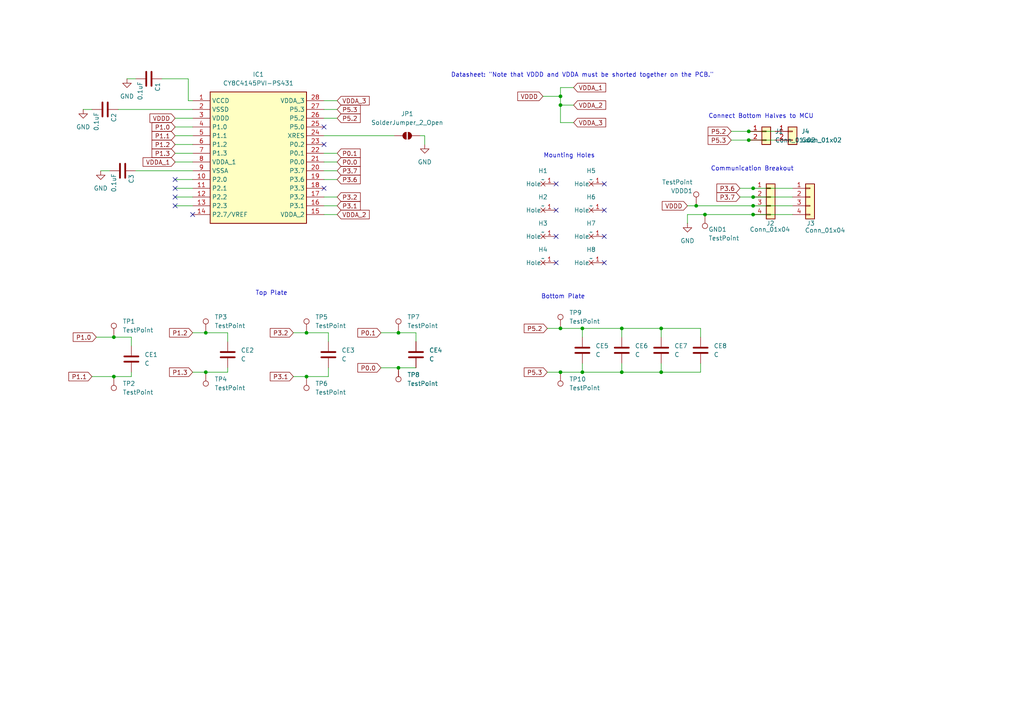
<source format=kicad_sch>
(kicad_sch (version 20250114) (generator "eeschema") (generator_version "9.0")
  (paper "A4")
  (lib_symbols
    (symbol "CY8C4145PVI-PS431:CY8C4145PVI-PS431"
      (property "Reference" "IC" (at 34.29 7.62 0))
      (property "Value" "CY8C4145PVI-PS431" (at 34.29 5.08 0))
      (symbol "CY8C4145PVI-PS431_1_1"
        (rectangle (start 5.08 2.54) (end 33.02 -35.56) (stroke (width 0.254)) (fill (type background)))
        (pin passive line (at 0 0 0) (length 5.08) (name "VCCD") (number "1"))
        (pin passive line (at 0 -2.54 0) (length 5.08) (name "VSSD") (number "2"))
        (pin passive line (at 0 -5.08 0) (length 5.08) (name "VDDD") (number "3"))
        (pin passive line (at 0 -7.62 0) (length 5.08) (name "P1.0") (number "4"))
        (pin passive line (at 0 -10.16 0) (length 5.08) (name "P1.1") (number "5"))
        (pin passive line (at 0 -12.7 0) (length 5.08) (name "P1.2") (number "6"))
        (pin passive line (at 0 -15.24 0) (length 5.08) (name "P1.3") (number "7"))
        (pin passive line (at 0 -17.78 0) (length 5.08) (name "VDDA_1") (number "8"))
        (pin passive line (at 0 -20.32 0) (length 5.08) (name "VSSA") (number "9"))
        (pin passive line (at 0 -22.86 0) (length 5.08) (name "P2.0") (number "10"))
        (pin passive line (at 0 -25.4 0) (length 5.08) (name "P2.1") (number "11"))
        (pin passive line (at 0 -27.94 0) (length 5.08) (name "P2.2") (number "12"))
        (pin passive line (at 0 -30.48 0) (length 5.08) (name "P2.3") (number "13"))
        (pin passive line (at 0 -33.02 0) (length 5.08) (name "P2.7/VREF") (number "14"))
        (pin passive line (at 38.1 0 180) (length 5.08) (name "VDDA_3") (number "28"))
        (pin passive line (at 38.1 -2.54 180) (length 5.08) (name "P5.3") (number "27"))
        (pin passive line (at 38.1 -5.08 180) (length 5.08) (name "P5.2") (number "26"))
        (pin passive line (at 38.1 -7.62 180) (length 5.08) (name "P5.0") (number "25"))
        (pin passive line (at 38.1 -10.16 180) (length 5.08) (name "XRES") (number "24"))
        (pin passive line (at 38.1 -12.7 180) (length 5.08) (name "P0.2") (number "23"))
        (pin passive line (at 38.1 -15.24 180) (length 5.08) (name "P0.1") (number "22"))
        (pin passive line (at 38.1 -17.78 180) (length 5.08) (name "P0.0") (number "21"))
        (pin passive line (at 38.1 -20.32 180) (length 5.08) (name "P3.7") (number "20"))
        (pin passive line (at 38.1 -22.86 180) (length 5.08) (name "P3.6") (number "19"))
        (pin passive line (at 38.1 -25.4 180) (length 5.08) (name "P3.3") (number "18"))
        (pin passive line (at 38.1 -27.94 180) (length 5.08) (name "P3.2") (number "17"))
        (pin passive line (at 38.1 -30.48 180) (length 5.08) (name "P3.1") (number "16"))
        (pin passive line (at 38.1 -33.02 180) (length 5.08) (name "VDDA_2") (number "15"))
      )
    )
    (symbol "Connector:TestPoint" (pin_numbers (hide yes)) (pin_names (offset 0.762) (hide yes))
      (property "Reference" "TP" (at 0 6.858 0))
      (property "Value" "TestPoint" (at 0 5.08 0))
      (symbol "TestPoint_0_1"
        (circle (center 0 3.302) (radius 0.762))
      )
      (symbol "TestPoint_1_1"
        (pin passive line (at 0 0 90) (length 2.54) (name "1") (number "1"))
      )
    )
    (symbol "Connector_Generic:Conn_01x02" (pin_names (offset 1.016) (hide yes))
      (property "Reference" "J" (at 0 2.54 0))
      (property "Value" "Conn_01x02" (at 0 -5.08 0))
      (symbol "Conn_01x02_1_1"
        (rectangle (start -1.27 1.27) (end 1.27 -3.81) (stroke (width 0.254)) (fill (type background)))
        (rectangle (start -1.27 0.127) (end 0 -0.127) (stroke (width 0.1524)))
        (rectangle (start -1.27 -2.413) (end 0 -2.667) (stroke (width 0.1524)))
        (pin passive line (at -5.08 0 0) (length 3.81) (name "Pin_1") (number "1"))
        (pin passive line (at -5.08 -2.54 0) (length 3.81) (name "Pin_2") (number "2"))
      )
    )
    (symbol "Connector_Generic:Conn_01x04" (pin_names (offset 1.016) (hide yes))
      (property "Reference" "J" (at 0 5.08 0))
      (property "Value" "Conn_01x04" (at 0 -7.62 0))
      (symbol "Conn_01x04_1_1"
        (rectangle (start -1.27 3.81) (end 1.27 -6.35) (stroke (width 0.254)) (fill (type background)))
        (rectangle (start -1.27 2.667) (end 0 2.413) (stroke (width 0.1524)))
        (rectangle (start -1.27 0.127) (end 0 -0.127) (stroke (width 0.1524)))
        (rectangle (start -1.27 -2.413) (end 0 -2.667) (stroke (width 0.1524)))
        (rectangle (start -1.27 -4.953) (end 0 -5.207) (stroke (width 0.1524)))
        (pin passive line (at -5.08 2.54 0) (length 3.81) (name "Pin_1") (number "1"))
        (pin passive line (at -5.08 0 0) (length 3.81) (name "Pin_2") (number "2"))
        (pin passive line (at -5.08 -2.54 0) (length 3.81) (name "Pin_3") (number "3"))
        (pin passive line (at -5.08 -5.08 0) (length 3.81) (name "Pin_4") (number "4"))
      )
    )
    (symbol "ECE445L:C" (pin_numbers (hide yes)) (pin_names (offset 0.254))
      (property "Reference" "C" (at 0.635 2.54 0))
      (property "Value" "C" (at 0.635 -2.54 0))
      (symbol "C_0_1"
        (polyline (pts (xy -2.032 0.762) (xy 2.032 0.762)) (stroke (width 0.508)))
        (polyline (pts (xy -2.032 -0.762) (xy 2.032 -0.762)) (stroke (width 0.508)))
      )
      (symbol "C_1_1"
        (pin passive line (at 0 3.81 270) (length 2.794) (name "~") (number "1"))
        (pin passive line (at 0 -3.81 90) (length 2.794) (name "~") (number "2"))
      )
    )
    (symbol "ECE445L:MountingHole"
      (property "Reference" "H" (at 0 0 0))
      (symbol "MountingHole_1_1"
        (pin power_in non_logic (at 0 0 180) (length 3.81) (name "Hole") (number "1"))
      )
    )
    (symbol "Jumper:SolderJumper_2_Open" (pin_numbers (hide yes)) (pin_names (offset 0) (hide yes)) (exclude_from_sim yes) (in_bom no)
      (property "Reference" "JP" (at 0 2.032 0))
      (property "Value" "SolderJumper_2_Open" (at 0 -2.54 0))
      (symbol "SolderJumper_2_Open_0_1"
        (polyline (pts (xy -0.254 1.016) (xy -0.254 -1.016)))
        (arc (start -0.254 -1.016) (mid -1.2656 0) (end -0.254 1.016))
        (arc (start -0.254 -1.016) (mid -1.2656 0) (end -0.254 1.016) (fill (type outline)))
        (arc (start 0.254 1.016) (mid 1.2656 0) (end 0.254 -1.016))
        (arc (start 0.254 1.016) (mid 1.2656 0) (end 0.254 -1.016) (fill (type outline)))
        (polyline (pts (xy 0.254 1.016) (xy 0.254 -1.016)))
      )
      (symbol "SolderJumper_2_Open_1_1"
        (pin passive line (at -3.81 0 0) (length 2.54) (name "A") (number "1"))
        (pin passive line (at 3.81 0 180) (length 2.54) (name "B") (number "2"))
      )
    )
    (symbol "power:GND" (power) (pin_numbers (hide yes)) (pin_names (offset 0) (hide yes))
      (property "Value" "GND" (at 0 -3.81 0))
      (symbol "GND_0_1"
        (polyline (pts (xy 0 0) (xy 0 -1.27) (xy 1.27 -1.27) (xy 0 -2.54) (xy -1.27 -1.27) (xy 0 -1.27)))
      )
      (symbol "GND_1_1"
        (pin power_in line (at 0 0 270) (length 0) (name "~") (number "1"))
      )
    )
  )
  (text "Datasheet: \"Note that VDDD and VDDA must be shorted together on the PCB.\"" (at 168.91 21.844 0) (effects (font (size 1.27 1.27))))
  (text "Top Plate" (at 78.74 85.09 0) (effects (font (size 1.27 1.27))))
  (text "Mounting Holes" (at 165.1 45.212 0) (effects (font (size 1.27 1.27))))
  (text "Bottom Plate" (at 163.322 86.106 0) (effects (font (size 1.27 1.27))))
  (text "Communication Breakout\n" (at 218.186 49.022 0) (effects (font (size 1.27 1.27))))
  (text "Connect Bottom Halves to MCU\n" (at 220.726 33.782 0) (effects (font (size 1.27 1.27))))
  (junction (at 162.56 27.94))
  (junction (at 88.9 96.52))
  (junction (at 162.56 30.48))
  (junction (at 115.57 96.52))
  (junction (at 218.44 54.61))
  (junction (at 180.34 95.25))
  (junction (at 191.77 95.25))
  (junction (at 168.91 95.25))
  (junction (at 59.69 107.95))
  (junction (at 168.91 107.95))
  (junction (at 218.44 57.15))
  (junction (at 33.02 97.79))
  (junction (at 88.9 109.22))
  (junction (at 162.56 107.95))
  (junction (at 191.77 107.95))
  (junction (at 115.57 106.68))
  (junction (at 33.02 109.22))
  (junction (at 162.56 95.25))
  (junction (at 59.69 96.52))
  (junction (at 218.44 62.23))
  (junction (at 217.17 40.64))
  (junction (at 204.47 62.23))
  (junction (at 217.17 38.1))
  (junction (at 218.44 59.69))
  (junction (at 201.93 59.69))
  (junction (at 180.34 107.95))
  (no_connect (at 50.8 52.07))
  (no_connect (at 175.26 53.34))
  (no_connect (at 50.8 57.15))
  (no_connect (at 161.29 76.2))
  (no_connect (at 55.88 62.23))
  (no_connect (at 93.98 41.91))
  (no_connect (at 175.26 68.58))
  (no_connect (at 175.26 76.2))
  (no_connect (at 161.29 68.58))
  (no_connect (at 93.98 36.83))
  (no_connect (at 161.29 53.34))
  (no_connect (at 50.8 59.69))
  (no_connect (at 161.29 60.96))
  (no_connect (at 175.26 60.96))
  (no_connect (at 93.98 54.61))
  (no_connect (at 50.8 54.61))
  (wire (pts (xy 217.17 40.64) (xy 224.79 40.64)))
  (wire (pts (xy 66.04 96.52) (xy 66.04 99.06)))
  (wire (pts (xy 212.09 40.64) (xy 217.17 40.64)))
  (wire (pts (xy 201.93 59.69) (xy 218.44 59.69)))
  (wire (pts (xy 93.98 31.75) (xy 97.79 31.75)))
  (wire (pts (xy 34.29 31.75) (xy 55.88 31.75)))
  (wire (pts (xy 110.49 96.52) (xy 115.57 96.52)))
  (wire (pts (xy 93.98 62.23) (xy 97.79 62.23)))
  (wire (pts (xy 50.8 34.29) (xy 55.88 34.29)))
  (wire (pts (xy 115.57 106.68) (xy 110.49 106.68)))
  (wire (pts (xy 50.8 59.69) (xy 55.88 59.69)))
  (wire (pts (xy 59.69 107.95) (xy 66.04 107.95)))
  (wire (pts (xy 217.17 38.1) (xy 224.79 38.1)))
  (wire (pts (xy 162.56 25.4) (xy 162.56 27.94)))
  (wire (pts (xy 88.9 96.52) (xy 95.25 96.52)))
  (wire (pts (xy 93.98 59.69) (xy 97.79 59.69)))
  (wire (pts (xy 180.34 105.41) (xy 180.34 107.95)))
  (wire (pts (xy 88.9 109.22) (xy 95.25 109.22)))
  (wire (pts (xy 120.65 96.52) (xy 120.65 99.06)))
  (wire (pts (xy 162.56 27.94) (xy 162.56 30.48)))
  (wire (pts (xy 29.21 49.53) (xy 31.75 49.53)))
  (wire (pts (xy 168.91 107.95) (xy 168.91 105.41)))
  (wire (pts (xy 50.8 54.61) (xy 55.88 54.61)))
  (wire (pts (xy 93.98 34.29) (xy 97.79 34.29)))
  (wire (pts (xy 93.98 39.37) (xy 114.3 39.37)))
  (wire (pts (xy 191.77 107.95) (xy 203.2 107.95)))
  (wire (pts (xy 121.92 39.37) (xy 123.19 39.37)))
  (wire (pts (xy 26.67 109.22) (xy 33.02 109.22)))
  (wire (pts (xy 38.1 109.22) (xy 38.1 107.95)))
  (wire (pts (xy 157.48 27.94) (xy 162.56 27.94)))
  (wire (pts (xy 93.98 29.21) (xy 97.79 29.21)))
  (wire (pts (xy 93.98 44.45) (xy 97.79 44.45)))
  (wire (pts (xy 24.13 31.75) (xy 26.67 31.75)))
  (wire (pts (xy 166.37 25.4) (xy 162.56 25.4)))
  (wire (pts (xy 85.09 96.52) (xy 88.9 96.52)))
  (wire (pts (xy 218.44 57.15) (xy 214.63 57.15)))
  (wire (pts (xy 191.77 95.25) (xy 203.2 95.25)))
  (wire (pts (xy 218.44 59.69) (xy 229.87 59.69)))
  (wire (pts (xy 199.39 62.23) (xy 204.47 62.23)))
  (wire (pts (xy 95.25 109.22) (xy 95.25 106.68)))
  (wire (pts (xy 203.2 95.25) (xy 203.2 97.79)))
  (wire (pts (xy 50.8 39.37) (xy 55.88 39.37)))
  (wire (pts (xy 93.98 46.99) (xy 97.79 46.99)))
  (wire (pts (xy 162.56 30.48) (xy 166.37 30.48)))
  (wire (pts (xy 93.98 52.07) (xy 97.79 52.07)))
  (wire (pts (xy 158.75 95.25) (xy 162.56 95.25)))
  (wire (pts (xy 39.37 49.53) (xy 55.88 49.53)))
  (wire (pts (xy 93.98 57.15) (xy 97.79 57.15)))
  (wire (pts (xy 204.47 62.23) (xy 218.44 62.23)))
  (wire (pts (xy 199.39 62.23) (xy 199.39 64.77)))
  (wire (pts (xy 218.44 54.61) (xy 229.87 54.61)))
  (wire (pts (xy 168.91 107.95) (xy 180.34 107.95)))
  (wire (pts (xy 180.34 95.25) (xy 191.77 95.25)))
  (wire (pts (xy 33.02 97.79) (xy 38.1 97.79)))
  (wire (pts (xy 36.83 22.86) (xy 39.37 22.86)))
  (wire (pts (xy 180.34 107.95) (xy 191.77 107.95)))
  (wire (pts (xy 168.91 95.25) (xy 180.34 95.25)))
  (wire (pts (xy 162.56 95.25) (xy 168.91 95.25)))
  (wire (pts (xy 50.8 41.91) (xy 55.88 41.91)))
  (wire (pts (xy 158.75 107.95) (xy 162.56 107.95)))
  (wire (pts (xy 115.57 96.52) (xy 120.65 96.52)))
  (wire (pts (xy 162.56 30.48) (xy 162.56 35.56)))
  (wire (pts (xy 180.34 95.25) (xy 180.34 97.79)))
  (wire (pts (xy 212.09 38.1) (xy 217.17 38.1)))
  (wire (pts (xy 38.1 97.79) (xy 38.1 100.33)))
  (wire (pts (xy 50.8 46.99) (xy 55.88 46.99)))
  (wire (pts (xy 218.44 57.15) (xy 229.87 57.15)))
  (wire (pts (xy 55.88 96.52) (xy 59.69 96.52)))
  (wire (pts (xy 162.56 107.95) (xy 168.91 107.95)))
  (wire (pts (xy 214.63 54.61) (xy 218.44 54.61)))
  (wire (pts (xy 199.39 59.69) (xy 201.93 59.69)))
  (wire (pts (xy 27.94 97.79) (xy 33.02 97.79)))
  (wire (pts (xy 191.77 105.41) (xy 191.77 107.95)))
  (wire (pts (xy 59.69 96.52) (xy 66.04 96.52)))
  (wire (pts (xy 95.25 96.52) (xy 95.25 99.06)))
  (wire (pts (xy 50.8 52.07) (xy 55.88 52.07)))
  (wire (pts (xy 203.2 107.95) (xy 203.2 105.41)))
  (wire (pts (xy 54.61 29.21) (xy 55.88 29.21)))
  (wire (pts (xy 50.8 57.15) (xy 55.88 57.15)))
  (wire (pts (xy 54.61 22.86) (xy 54.61 29.21)))
  (wire (pts (xy 162.56 35.56) (xy 166.37 35.56)))
  (wire (pts (xy 66.04 107.95) (xy 66.04 106.68)))
  (wire (pts (xy 93.98 49.53) (xy 97.79 49.53)))
  (wire (pts (xy 85.09 109.22) (xy 88.9 109.22)))
  (wire (pts (xy 168.91 95.25) (xy 168.91 97.79)))
  (wire (pts (xy 46.99 22.86) (xy 54.61 22.86)))
  (wire (pts (xy 191.77 95.25) (xy 191.77 97.79)))
  (wire (pts (xy 120.65 106.68) (xy 115.57 106.68)))
  (wire (pts (xy 123.19 39.37) (xy 123.19 41.91)))
  (wire (pts (xy 55.88 107.95) (xy 59.69 107.95)))
  (wire (pts (xy 33.02 109.22) (xy 38.1 109.22)))
  (wire (pts (xy 218.44 62.23) (xy 229.87 62.23)))
  (wire (pts (xy 50.8 44.45) (xy 55.88 44.45)))
  (wire (pts (xy 50.8 36.83) (xy 55.88 36.83)))
  (global_label "P0.1" (shape input) (at 97.79 44.45 0) (property "Intersheetrefs" "${INTERSHEET_REFS}" (effects (hide yes))))
  (global_label "P1.2" (shape input) (at 55.88 96.52 180) (property "Intersheetrefs" "${INTERSHEET_REFS}" (effects (hide yes))))
  (global_label "VDDA_3" (shape input) (at 166.37 35.56 0) (property "Intersheetrefs" "${INTERSHEET_REFS}" (effects (hide yes))))
  (global_label "VDDD" (shape input) (at 157.48 27.94 180) (property "Intersheetrefs" "${INTERSHEET_REFS}" (effects (hide yes))))
  (global_label "VDDA_2" (shape input) (at 97.79 62.23 0) (property "Intersheetrefs" "${INTERSHEET_REFS}" (effects (hide yes))))
  (global_label "VDDA_2" (shape input) (at 166.37 30.48 0) (property "Intersheetrefs" "${INTERSHEET_REFS}" (effects (hide yes))))
  (global_label "P3.1" (shape input) (at 85.09 109.22 180) (property "Intersheetrefs" "${INTERSHEET_REFS}" (effects (hide yes))))
  (global_label "P3.2" (shape input) (at 97.79 57.15 0) (property "Intersheetrefs" "${INTERSHEET_REFS}" (effects (hide yes))))
  (global_label "P0.1" (shape input) (at 110.49 96.52 180) (property "Intersheetrefs" "${INTERSHEET_REFS}" (effects (hide yes))))
  (global_label "P1.3" (shape input) (at 50.8 44.45 180) (property "Intersheetrefs" "${INTERSHEET_REFS}" (effects (hide yes))))
  (global_label "VDDA_1" (shape input) (at 50.8 46.99 180) (property "Intersheetrefs" "${INTERSHEET_REFS}" (effects (hide yes))))
  (global_label "P5.3" (shape input) (at 158.75 107.95 180) (property "Intersheetrefs" "${INTERSHEET_REFS}" (effects (hide yes))))
  (global_label "P1.1" (shape input) (at 50.8 39.37 180) (property "Intersheetrefs" "${INTERSHEET_REFS}" (effects (hide yes))))
  (global_label "P1.3" (shape input) (at 55.88 107.95 180) (property "Intersheetrefs" "${INTERSHEET_REFS}" (effects (hide yes))))
  (global_label "P1.0" (shape input) (at 50.8 36.83 180) (property "Intersheetrefs" "${INTERSHEET_REFS}" (effects (hide yes))))
  (global_label "P3.7" (shape input) (at 214.63 57.15 180) (property "Intersheetrefs" "${INTERSHEET_REFS}" (effects (hide yes))))
  (global_label "P5.3" (shape input) (at 97.79 31.75 0) (property "Intersheetrefs" "${INTERSHEET_REFS}" (effects (hide yes))))
  (global_label "P1.1" (shape input) (at 26.67 109.22 180) (property "Intersheetrefs" "${INTERSHEET_REFS}" (effects (hide yes))))
  (global_label "P3.6" (shape input) (at 97.79 52.07 0) (property "Intersheetrefs" "${INTERSHEET_REFS}" (effects (hide yes))))
  (global_label "P1.0" (shape input) (at 27.94 97.79 180) (property "Intersheetrefs" "${INTERSHEET_REFS}" (effects (hide yes))))
  (global_label "P5.3" (shape input) (at 212.09 40.64 180) (property "Intersheetrefs" "${INTERSHEET_REFS}" (effects (hide yes))))
  (global_label "P1.2" (shape input) (at 50.8 41.91 180) (property "Intersheetrefs" "${INTERSHEET_REFS}" (effects (hide yes))))
  (global_label "P5.2" (shape input) (at 97.79 34.29 0) (property "Intersheetrefs" "${INTERSHEET_REFS}" (effects (hide yes))))
  (global_label "VDDA_1" (shape input) (at 166.37 25.4 0) (property "Intersheetrefs" "${INTERSHEET_REFS}" (effects (hide yes))))
  (global_label "VDDD" (shape input) (at 50.8 34.29 180) (property "Intersheetrefs" "${INTERSHEET_REFS}" (effects (hide yes))))
  (global_label "VDDD" (shape input) (at 199.39 59.69 180) (property "Intersheetrefs" "${INTERSHEET_REFS}" (effects (hide yes))))
  (global_label "P5.2" (shape input) (at 212.09 38.1 180) (property "Intersheetrefs" "${INTERSHEET_REFS}" (effects (hide yes))))
  (global_label "P3.2" (shape input) (at 85.09 96.52 180) (property "Intersheetrefs" "${INTERSHEET_REFS}" (effects (hide yes))))
  (global_label "P3.1" (shape input) (at 97.79 59.69 0) (property "Intersheetrefs" "${INTERSHEET_REFS}" (effects (hide yes))))
  (global_label "P3.6" (shape input) (at 214.63 54.61 180) (property "Intersheetrefs" "${INTERSHEET_REFS}" (effects (hide yes))))
  (global_label "VDDA_3" (shape input) (at 97.79 29.21 0) (property "Intersheetrefs" "${INTERSHEET_REFS}" (effects (hide yes))))
  (global_label "P5.2" (shape input) (at 158.75 95.25 180) (property "Intersheetrefs" "${INTERSHEET_REFS}" (effects (hide yes))))
  (global_label "P3.7" (shape input) (at 97.79 49.53 0) (property "Intersheetrefs" "${INTERSHEET_REFS}" (effects (hide yes))))
  (global_label "P0.0" (shape input) (at 97.79 46.99 0) (property "Intersheetrefs" "${INTERSHEET_REFS}" (effects (hide yes))))
  (global_label "P0.0" (shape input) (at 110.49 106.68 180) (property "Intersheetrefs" "${INTERSHEET_REFS}" (effects (hide yes))))
  (symbol (lib_id "Connector:TestPoint") (at 33.02 109.22 180) (unit 1)
    (property "Reference" "TP2" (at 35.56 111.2519 0) (effects (justify right)))
    (property "Value" "TestPoint" (at 35.56 113.7919 0) (effects (justify right)))
    (property "Footprint" "TestPoint:TestPoint_THTPad_D1.0mm_Drill0.5mm" (effects (hide yes)))
    (property "Description" "test point" (effects (hide yes)))
  )
  (symbol (lib_id "ECE445L:C") (at 38.1 104.14 0) (unit 1)
    (property "Reference" "CE1" (at 41.91 102.8699 0) (effects (justify left)))
    (property "Value" "C" (at 41.91 105.4099 0) (effects (justify left)))
    (property "Footprint" "PCB Coils:COIL_GENERATOR" (effects (hide yes)))
    (property "Description" "Unpolarized capacitor" (effects (hide yes)))
  )
  (symbol (lib_id "ECE445L:C") (at 43.18 22.86 270) (unit 1)
    (property "Reference" "C1" (at 45.72 23.876 0) (effects (justify left)))
    (property "Value" "0.1uF" (at 40.64 23.622 0) (effects (justify left)))
    (property "Footprint" "Capacitor_SMD:C_0603_1608Metric_Pad1.08x0.95mm_HandSolder" (effects (hide yes)))
    (property "Description" "Unpolarized capacitor" (effects (hide yes)))
  )
  (symbol (lib_id "Connector:TestPoint") (at 204.47 62.23 180) (unit 1)
    (property "Reference" "GND1" (at 205.486 66.548 0) (effects (justify right)))
    (property "Value" "TestPoint" (at 205.486 69.088 0) (effects (justify right)))
    (property "Footprint" "TestPoint:TestPoint_THTPad_D1.0mm_Drill0.5mm" (effects (hide yes)))
    (property "Description" "test point" (effects (hide yes)))
  )
  (symbol (lib_id "Connector:TestPoint") (at 162.56 95.25 0) (unit 1)
    (property "Reference" "TP9" (at 165.1 90.6779 0) (effects (justify left)))
    (property "Value" "TestPoint" (at 165.1 93.2179 0) (effects (justify left)))
    (property "Footprint" "TestPoint:TestPoint_THTPad_D1.0mm_Drill0.5mm" (effects (hide yes)))
    (property "Description" "test point" (effects (hide yes)))
  )
  (symbol (lib_id "power:GND") (at 36.83 22.86 0) (unit 1)
    (property "Reference" "#PWR0109" (effects (hide yes)))
    (property "Value" "GND" (at 36.83 27.94 0))
    (property "Description" "Power symbol creates a global label with name \"GND\" , ground" (effects (hide yes)))
  )
  (symbol (lib_id "Connector:TestPoint") (at 59.69 107.95 180) (unit 1)
    (property "Reference" "TP4" (at 62.23 109.9819 0) (effects (justify right)))
    (property "Value" "TestPoint" (at 62.23 112.5219 0) (effects (justify right)))
    (property "Footprint" "TestPoint:TestPoint_THTPad_D1.0mm_Drill0.5mm" (effects (hide yes)))
    (property "Description" "test point" (effects (hide yes)))
  )
  (symbol (lib_id "ECE445L:MountingHole") (at 161.29 68.58 0) (unit 1)
    (property "Reference" "H3" (at 157.48 64.77 0))
    (property "Value" "~" (at 157.48 67.31 0))
    (property "Footprint" "ECE445L:MountingHole_4_40" (effects (hide yes)))
    (property "Description" "Drill hole for 4-40 screw" (effects (hide yes)))
  )
  (symbol (lib_id "ECE445L:C") (at 35.56 49.53 270) (unit 1)
    (property "Reference" "C3" (at 38.1 50.546 0) (effects (justify left)))
    (property "Value" "0.1uF" (at 33.02 50.292 0) (effects (justify left)))
    (property "Footprint" "Capacitor_SMD:C_0603_1608Metric_Pad1.08x0.95mm_HandSolder" (effects (hide yes)))
    (property "Description" "Unpolarized capacitor" (effects (hide yes)))
  )
  (symbol (lib_id "ECE445L:C") (at 191.77 101.6 0) (unit 1)
    (property "Reference" "CE7" (at 195.58 100.3299 0) (effects (justify left)))
    (property "Value" "C" (at 195.58 102.8699 0) (effects (justify left)))
    (property "Footprint" "PCB Coils:COIL_GENERATOR" (effects (hide yes)))
    (property "Description" "Unpolarized capacitor" (effects (hide yes)))
  )
  (symbol (lib_id "power:GND") (at 24.13 31.75 0) (unit 1)
    (property "Reference" "#PWR0110" (effects (hide yes)))
    (property "Value" "GND" (at 24.13 36.83 0))
    (property "Description" "Power symbol creates a global label with name \"GND\" , ground" (effects (hide yes)))
  )
  (symbol (lib_id "Connector:TestPoint") (at 88.9 96.52 0) (unit 1)
    (property "Reference" "TP5" (at 91.44 91.9479 0) (effects (justify left)))
    (property "Value" "TestPoint" (at 91.44 94.4879 0) (effects (justify left)))
    (property "Footprint" "TestPoint:TestPoint_THTPad_D1.0mm_Drill0.5mm" (effects (hide yes)))
    (property "Description" "test point" (effects (hide yes)))
  )
  (symbol (lib_id "Jumper:SolderJumper_2_Open") (at 118.11 39.37 0) (unit 1) (exclude_from_sim yes) (in_bom no)
    (property "Reference" "JP1" (at 118.11 33.02 0))
    (property "Value" "SolderJumper_2_Open" (at 118.11 35.56 0))
    (property "Footprint" "Jumper:SolderJumper-2_P1.3mm_Open_Pad1.0x1.5mm" (effects (hide yes)))
    (property "Description" "Solder Jumper, 2-pole, open" (effects (hide yes)))
  )
  (symbol (lib_id "Connector_Generic:Conn_01x02") (at 222.25 38.1 0) (unit 1)
    (property "Reference" "J1" (at 224.79 38.0999 0) (effects (justify left)))
    (property "Value" "Conn_01x02" (at 224.79 40.6399 0) (effects (justify left)))
    (property "Footprint" "Connector_PinHeader_2.00mm:PinHeader_1x02_P2.00mm_Vertical" (effects (hide yes)))
    (property "Description" "Generic connector, single row, 01x02, script generated (kicad-library-utils/schlib/autogen/connector/)" (effects (hide yes)))
  )
  (symbol (lib_id "ECE445L:C") (at 180.34 101.6 0) (unit 1)
    (property "Reference" "CE6" (at 184.15 100.3299 0) (effects (justify left)))
    (property "Value" "C" (at 184.15 102.8699 0) (effects (justify left)))
    (property "Footprint" "PCB Coils:COIL_GENERATOR" (effects (hide yes)))
    (property "Description" "Unpolarized capacitor" (effects (hide yes)))
  )
  (symbol (lib_id "ECE445L:C") (at 203.2 101.6 0) (unit 1)
    (property "Reference" "CE8" (at 207.01 100.3299 0) (effects (justify left)))
    (property "Value" "C" (at 207.01 102.8699 0) (effects (justify left)))
    (property "Footprint" "PCB Coils:COIL_GENERATOR" (effects (hide yes)))
    (property "Description" "Unpolarized capacitor" (effects (hide yes)))
  )
  (symbol (lib_id "Connector:TestPoint") (at 59.69 96.52 0) (unit 1)
    (property "Reference" "TP3" (at 62.23 91.9479 0) (effects (justify left)))
    (property "Value" "TestPoint" (at 62.23 94.4879 0) (effects (justify left)))
    (property "Footprint" "TestPoint:TestPoint_THTPad_D1.0mm_Drill0.5mm" (effects (hide yes)))
    (property "Description" "test point" (effects (hide yes)))
  )
  (symbol (lib_id "ECE445L:MountingHole") (at 175.26 53.34 0) (unit 1)
    (property "Reference" "H5" (at 171.45 49.53 0))
    (property "Value" "~" (at 171.45 52.07 0))
    (property "Footprint" "ECE445L:MountingHole_4_40" (effects (hide yes)))
    (property "Description" "Drill hole for 4-40 screw" (effects (hide yes)))
  )
  (symbol (lib_id "Connector:TestPoint") (at 115.57 106.68 180) (unit 1)
    (property "Reference" "TP8" (at 118.11 108.7119 0) (effects (justify right)))
    (property "Value" "TestPoint" (at 118.11 111.2519 0) (effects (justify right)))
    (property "Footprint" "TestPoint:TestPoint_THTPad_D1.0mm_Drill0.5mm" (effects (hide yes)))
    (property "Description" "test point" (effects (hide yes)))
  )
  (symbol (lib_id "power:GND") (at 123.19 41.91 0) (unit 1)
    (property "Reference" "#PWR0116" (effects (hide yes)))
    (property "Value" "GND" (at 123.19 46.99 0))
    (property "Description" "Power symbol creates a global label with name \"GND\" , ground" (effects (hide yes)))
  )
  (symbol (lib_id "power:GND") (at 29.21 49.53 0) (unit 1)
    (property "Reference" "#PWR0111" (effects (hide yes)))
    (property "Value" "GND" (at 29.21 54.61 0))
    (property "Description" "Power symbol creates a global label with name \"GND\" , ground" (effects (hide yes)))
  )
  (symbol (lib_id "Connector:TestPoint") (at 115.57 96.52 0) (unit 1)
    (property "Reference" "TP7" (at 118.11 91.9479 0) (effects (justify left)))
    (property "Value" "TestPoint" (at 118.11 94.4879 0) (effects (justify left)))
    (property "Footprint" "TestPoint:TestPoint_THTPad_D1.0mm_Drill0.5mm" (effects (hide yes)))
    (property "Description" "test point" (effects (hide yes)))
  )
  (symbol (lib_id "Connector:TestPoint") (at 88.9 109.22 180) (unit 1)
    (property "Reference" "TP6" (at 91.44 111.2519 0) (effects (justify right)))
    (property "Value" "TestPoint" (at 91.44 113.7919 0) (effects (justify right)))
    (property "Footprint" "TestPoint:TestPoint_THTPad_D1.0mm_Drill0.5mm" (effects (hide yes)))
    (property "Description" "test point" (effects (hide yes)))
  )
  (symbol (lib_id "ECE445L:MountingHole") (at 161.29 76.2 0) (unit 1)
    (property "Reference" "H4" (at 157.48 72.39 0))
    (property "Value" "~" (at 157.48 74.93 0))
    (property "Footprint" "ECE445L:MountingHole_4_40" (effects (hide yes)))
    (property "Description" "Drill hole for 4-40 screw" (effects (hide yes)))
  )
  (symbol (lib_id "ECE445L:MountingHole") (at 175.26 68.58 0) (unit 1)
    (property "Reference" "H7" (at 171.45 64.77 0))
    (property "Value" "~" (at 171.45 67.31 0))
    (property "Footprint" "ECE445L:MountingHole_4_40" (effects (hide yes)))
    (property "Description" "Drill hole for 4-40 screw" (effects (hide yes)))
  )
  (symbol (lib_id "Connector_Generic:Conn_01x04") (at 223.52 57.15 0) (unit 1)
    (property "Reference" "J2" (at 222.25 64.77 0) (effects (justify left)))
    (property "Value" "Conn_01x04" (at 217.424 66.548 0) (effects (justify left)))
    (property "Footprint" "Connector_PinHeader_2.00mm:PinHeader_1x04_P2.00mm_Vertical" (effects (hide yes)))
    (property "Description" "Generic connector, single row, 01x04, script generated (kicad-library-utils/schlib/autogen/connector/)" (effects (hide yes)))
  )
  (symbol (lib_id "Connector:TestPoint") (at 162.56 107.95 180) (unit 1)
    (property "Reference" "TP10" (at 165.1 109.9819 0) (effects (justify right)))
    (property "Value" "TestPoint" (at 165.1 112.5219 0) (effects (justify right)))
    (property "Footprint" "TestPoint:TestPoint_THTPad_D1.0mm_Drill0.5mm" (effects (hide yes)))
    (property "Description" "test point" (effects (hide yes)))
  )
  (symbol (lib_id "Connector_Generic:Conn_01x02") (at 229.87 38.1 0) (unit 1)
    (property "Reference" "J4" (at 232.41 38.0999 0) (effects (justify left)))
    (property "Value" "Conn_01x02" (at 232.41 40.6399 0) (effects (justify left)))
    (property "Footprint" "Connector_PinHeader_2.00mm:PinHeader_1x02_P2.00mm_Vertical" (effects (hide yes)))
    (property "Description" "Generic connector, single row, 01x02, script generated (kicad-library-utils/schlib/autogen/connector/)" (effects (hide yes)))
  )
  (symbol (lib_id "ECE445L:MountingHole") (at 175.26 76.2 0) (unit 1)
    (property "Reference" "H8" (at 171.45 72.39 0))
    (property "Value" "~" (at 171.45 74.93 0))
    (property "Footprint" "ECE445L:MountingHole_4_40" (effects (hide yes)))
    (property "Description" "Drill hole for 4-40 screw" (effects (hide yes)))
  )
  (symbol (lib_id "Connector:TestPoint") (at 33.02 97.79 0) (unit 1)
    (property "Reference" "TP1" (at 35.56 93.2179 0) (effects (justify left)))
    (property "Value" "TestPoint" (at 35.56 95.7579 0) (effects (justify left)))
    (property "Footprint" "TestPoint:TestPoint_THTPad_D1.0mm_Drill0.5mm" (effects (hide yes)))
    (property "Description" "test point" (effects (hide yes)))
  )
  (symbol (lib_id "ECE445L:C") (at 120.65 102.87 0) (unit 1)
    (property "Reference" "CE4" (at 124.46 101.5999 0) (effects (justify left)))
    (property "Value" "C" (at 124.46 104.1399 0) (effects (justify left)))
    (property "Footprint" "PCB Coils:COIL_GENERATOR" (effects (hide yes)))
    (property "Description" "Unpolarized capacitor" (effects (hide yes)))
  )
  (symbol (lib_id "ECE445L:MountingHole") (at 161.29 60.96 0) (unit 1)
    (property "Reference" "H2" (at 157.48 57.15 0))
    (property "Value" "~" (at 157.48 59.69 0))
    (property "Footprint" "ECE445L:MountingHole_4_40" (effects (hide yes)))
    (property "Description" "Drill hole for 4-40 screw" (effects (hide yes)))
  )
  (symbol (lib_id "ECE445L:MountingHole") (at 175.26 60.96 0) (unit 1)
    (property "Reference" "H6" (at 171.45 57.15 0))
    (property "Value" "~" (at 171.45 59.69 0))
    (property "Footprint" "ECE445L:MountingHole_4_40" (effects (hide yes)))
    (property "Description" "Drill hole for 4-40 screw" (effects (hide yes)))
  )
  (symbol (lib_id "ECE445L:MountingHole") (at 161.29 53.34 0) (unit 1)
    (property "Reference" "H1" (at 157.48 49.53 0))
    (property "Value" "~" (at 157.48 52.07 0))
    (property "Footprint" "ECE445L:MountingHole_4_40" (effects (hide yes)))
    (property "Description" "Drill hole for 4-40 screw" (effects (hide yes)))
  )
  (symbol (lib_id "Connector_Generic:Conn_01x04") (at 234.95 57.15 0) (unit 1)
    (property "Reference" "J3" (at 233.934 64.77 0) (effects (justify left)))
    (property "Value" "Conn_01x04" (at 233.426 66.802 0) (effects (justify left)))
    (property "Footprint" "Connector_JST:JST_SH_SM03B-SRSS-TB_1x03-1MP_P1.00mm_Horizontal" (effects (hide yes)))
    (property "Description" "Generic connector, single row, 01x04, script generated (kicad-library-utils/schlib/autogen/connector/)" (effects (hide yes)))
  )
  (symbol (lib_id "ECE445L:C") (at 95.25 102.87 0) (unit 1)
    (property "Reference" "CE3" (at 99.06 101.5999 0) (effects (justify left)))
    (property "Value" "C" (at 99.06 104.1399 0) (effects (justify left)))
    (property "Footprint" "PCB Coils:COIL_GENERATOR" (effects (hide yes)))
    (property "Description" "Unpolarized capacitor" (effects (hide yes)))
  )
  (symbol (lib_id "Connector:TestPoint") (at 201.93 59.69 0) (unit 1)
    (property "Reference" "VDDD1" (at 200.914 55.372 0) (effects (justify right)))
    (property "Value" "TestPoint" (at 200.914 52.832 0) (effects (justify right)))
    (property "Footprint" "TestPoint:TestPoint_THTPad_D1.0mm_Drill0.5mm" (effects (hide yes)))
    (property "Description" "test point" (effects (hide yes)))
  )
  (symbol (lib_id "ECE445L:C") (at 30.48 31.75 270) (unit 1)
    (property "Reference" "C2" (at 33.02 32.766 0) (effects (justify left)))
    (property "Value" "0.1uF" (at 27.94 32.512 0) (effects (justify left)))
    (property "Footprint" "Capacitor_SMD:C_0603_1608Metric_Pad1.08x0.95mm_HandSolder" (effects (hide yes)))
    (property "Description" "Unpolarized capacitor" (effects (hide yes)))
  )
  (symbol (lib_id "ECE445L:C") (at 168.91 101.6 0) (unit 1)
    (property "Reference" "CE5" (at 172.72 100.3299 0) (effects (justify left)))
    (property "Value" "C" (at 172.72 102.8699 0) (effects (justify left)))
    (property "Footprint" "PCB Coils:COIL_GENERATOR" (effects (hide yes)))
    (property "Description" "Unpolarized capacitor" (effects (hide yes)))
  )
  (symbol (lib_id "CY8C4145PVI-PS431:CY8C4145PVI-PS431") (at 55.88 29.21 0) (unit 1)
    (property "Reference" "IC1" (at 74.93 21.59 0))
    (property "Value" "CY8C4145PVI-PS431" (at 74.93 24.13 0))
    (property "Footprint" "ECE382N:SOP65P780X200-28N" (effects (hide yes)))
    (property "Datasheet" "https://www.infineon.com/dgdl/Infineon-PSOC_4_PSOC_4100PS_DATASHEET_PROGRAMMABLE_SYSTEM-ON-CHIP_(PSOC_)-DataSheet-v06_00-EN.pdf?fileId=8ac78c8c7d0d8da4017d0ee602426e07" (effects (hide yes)))
    (property "Description" "Cypress Semiconductor CY8C4145PVI-PS431, 32bit ARM Cortex M0 Microcontroller, PSoC4100, 48MHz, 32 kB Flash, 28-Pin SSOP" (effects (hide yes)))
    (property "Height" "2" (effects (hide yes)))
    (property "Manufacturer_Name" "Infineon" (effects (hide yes)))
    (property "Manufacturer_Part_Number" "CY8C4145PVI-PS431" (effects (hide yes)))
  )
  (symbol (lib_id "ECE445L:C") (at 66.04 102.87 0) (unit 1)
    (property "Reference" "CE2" (at 69.85 101.5999 0) (effects (justify left)))
    (property "Value" "C" (at 69.85 104.1399 0) (effects (justify left)))
    (property "Footprint" "PCB Coils:COIL_GENERATOR" (effects (hide yes)))
    (property "Description" "Unpolarized capacitor" (effects (hide yes)))
  )
  (symbol (lib_id "power:GND") (at 199.39 64.77 0) (unit 1)
    (property "Reference" "#PWR0118" (effects (hide yes)))
    (property "Value" "GND" (at 199.39 69.85 0))
    (property "Description" "Power symbol creates a global label with name \"GND\" , ground" (effects (hide yes)))
  )
)
</source>
